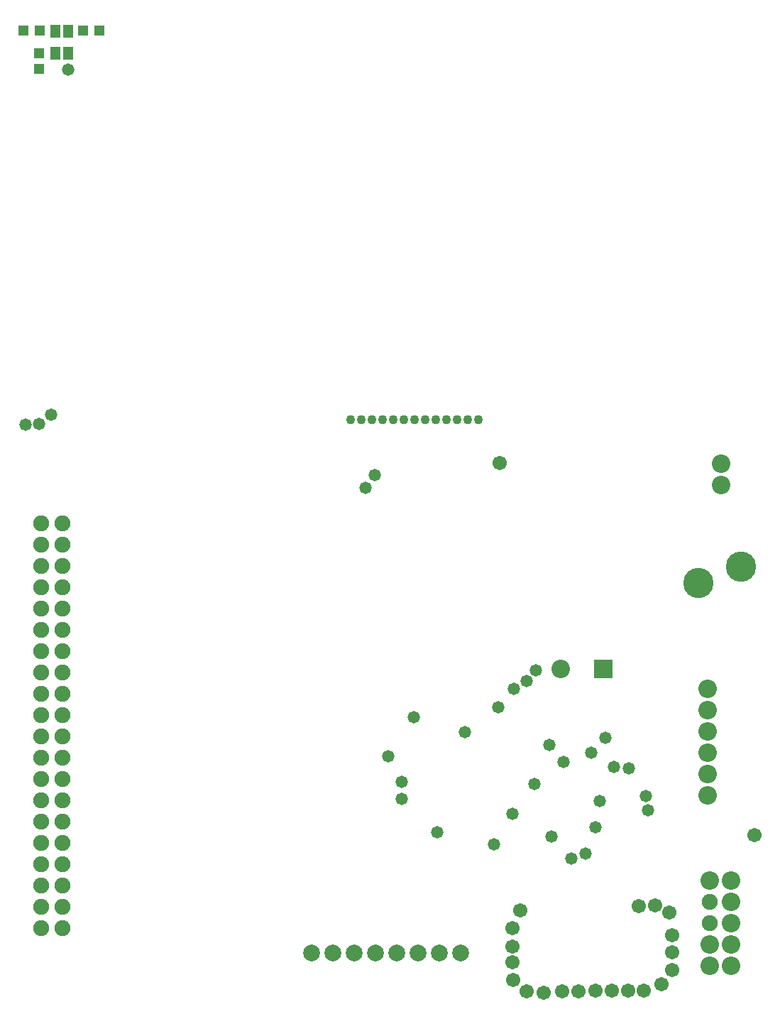
<source format=gbs>
%FSLAX44Y44*%
%MOMM*%
G71*
G01*
G75*
G04 Layer_Color=16711935*
%ADD10R,1.0000X1.0000*%
%ADD11R,0.7600X1.7800*%
%ADD12R,0.7200X1.7800*%
%ADD13R,1.0000X1.0000*%
%ADD14R,5.5000X2.0000*%
%ADD15R,2.6000X4.3000*%
%ADD16R,5.5000X5.7000*%
%ADD17R,1.5000X0.5500*%
%ADD18R,0.5500X1.5000*%
%ADD19C,0.3000*%
%ADD20C,0.6000*%
%ADD21C,1.2000*%
%ADD22C,0.4000*%
%ADD23C,2.0000*%
%ADD24C,0.2540*%
%ADD25C,1.8000*%
%ADD26C,1.7000*%
%ADD27C,2.0000*%
%ADD28R,2.0000X2.0000*%
%ADD29C,0.9000*%
%ADD30C,3.4000*%
%ADD31C,1.2700*%
%ADD32C,1.5000*%
%ADD33R,1.0000X1.4000*%
%ADD34C,0.2500*%
%ADD35C,0.2000*%
%ADD36C,0.5000*%
%ADD37R,1.2032X1.2032*%
%ADD38R,0.9632X1.9832*%
%ADD39R,0.9232X1.9832*%
%ADD40R,1.2032X1.2032*%
%ADD41R,5.7032X2.2032*%
%ADD42R,2.8032X4.5032*%
%ADD43R,5.7032X5.9032*%
%ADD44R,1.7032X0.7532*%
%ADD45R,0.7532X1.7032*%
%ADD46C,2.0032*%
%ADD47C,1.9032*%
%ADD48C,2.2032*%
%ADD49R,2.2032X2.2032*%
%ADD50C,1.1032*%
%ADD51C,3.6032*%
%ADD52C,1.4732*%
%ADD53C,1.7032*%
%ADD54R,1.2032X1.6032*%
D37*
X29000Y1118000D02*
D03*
Y1137000D02*
D03*
D40*
X101000Y1164000D02*
D03*
X82000D02*
D03*
X11000D02*
D03*
X30000D02*
D03*
D46*
X379500Y64000D02*
D03*
X481100D02*
D03*
X455700D02*
D03*
X354100D02*
D03*
X404900D02*
D03*
X430300D02*
D03*
X506500D02*
D03*
X531900D02*
D03*
D47*
X57700Y576300D02*
D03*
X32300D02*
D03*
Y550900D02*
D03*
X57700D02*
D03*
X32300Y525500D02*
D03*
X57700D02*
D03*
X32300Y500100D02*
D03*
X57700D02*
D03*
X32300Y474700D02*
D03*
X57700D02*
D03*
X32300Y449300D02*
D03*
X57700D02*
D03*
X32300Y423900D02*
D03*
X57700D02*
D03*
X32300Y398500D02*
D03*
X57700D02*
D03*
X32300Y373100D02*
D03*
X57700D02*
D03*
Y347700D02*
D03*
X32300D02*
D03*
X57700Y322300D02*
D03*
X32300D02*
D03*
X57700Y296900D02*
D03*
X32300D02*
D03*
X57700Y271500D02*
D03*
X32300D02*
D03*
X57700Y246100D02*
D03*
X32300D02*
D03*
X57700Y220700D02*
D03*
X32300D02*
D03*
X57700Y195300D02*
D03*
X32300D02*
D03*
X57700Y169900D02*
D03*
X32300D02*
D03*
X57700Y144500D02*
D03*
X32300D02*
D03*
X57700Y119100D02*
D03*
X32300D02*
D03*
X57700Y93700D02*
D03*
X32300D02*
D03*
X829750Y99900D02*
D03*
Y125300D02*
D03*
D48*
X827000Y252000D02*
D03*
Y277400D02*
D03*
Y302800D02*
D03*
Y328200D02*
D03*
Y353600D02*
D03*
Y379000D02*
D03*
X651600Y403000D02*
D03*
X829750Y74500D02*
D03*
X855150D02*
D03*
Y99900D02*
D03*
Y125300D02*
D03*
Y150700D02*
D03*
X829750D02*
D03*
X855150Y49100D02*
D03*
X829750D02*
D03*
X843000Y647400D02*
D03*
Y622000D02*
D03*
D49*
X702400Y403000D02*
D03*
D50*
X553500Y700000D02*
D03*
X528100D02*
D03*
X540800D02*
D03*
X515400D02*
D03*
X502700D02*
D03*
X490000D02*
D03*
X477300D02*
D03*
X464600D02*
D03*
X451900D02*
D03*
X439200D02*
D03*
X426500D02*
D03*
X413800D02*
D03*
X401100D02*
D03*
D51*
X867000Y525000D02*
D03*
X816000Y505000D02*
D03*
D52*
X693099Y213850D02*
D03*
X577000Y357000D02*
D03*
X29000Y695000D02*
D03*
X687999Y302999D02*
D03*
X476000Y345000D02*
D03*
X537000Y327000D02*
D03*
X681000Y183000D02*
D03*
X664000Y177000D02*
D03*
X504000Y208000D02*
D03*
X572000Y194000D02*
D03*
X446000Y299000D02*
D03*
X462000Y268000D02*
D03*
X462000Y248000D02*
D03*
X64000Y1117000D02*
D03*
X593999Y230000D02*
D03*
X44000Y706000D02*
D03*
X620000Y266000D02*
D03*
X698000Y245000D02*
D03*
X13000Y694000D02*
D03*
X655000Y292000D02*
D03*
X637999Y311999D02*
D03*
X753000Y251000D02*
D03*
X756000Y234000D02*
D03*
X705000Y321000D02*
D03*
X430000Y634000D02*
D03*
X419000Y619000D02*
D03*
X596000Y379000D02*
D03*
X714999Y285999D02*
D03*
X733000Y284000D02*
D03*
X611000Y388000D02*
D03*
X622000Y401000D02*
D03*
X641000Y203000D02*
D03*
D53*
X751000Y19000D02*
D03*
X772000Y27000D02*
D03*
X785000Y44000D02*
D03*
X781000Y112000D02*
D03*
X785000Y85000D02*
D03*
Y65000D02*
D03*
X764000Y121000D02*
D03*
X611000Y18000D02*
D03*
X631000Y17000D02*
D03*
X653000Y18000D02*
D03*
X673000D02*
D03*
X693000Y19000D02*
D03*
X713000D02*
D03*
X732000D02*
D03*
X595000Y32000D02*
D03*
X594000Y53000D02*
D03*
Y72000D02*
D03*
X579000Y648000D02*
D03*
X883000Y205000D02*
D03*
X745000Y120000D02*
D03*
X594000Y94000D02*
D03*
X603000Y115000D02*
D03*
D54*
X49000Y1137000D02*
D03*
X64000D02*
D03*
Y1163400D02*
D03*
X49000D02*
D03*
M02*

</source>
